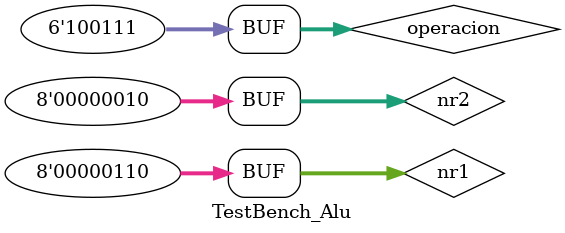
<source format=v>
`timescale 1ns / 1ps


module TestBench_Alu;

	// Inputs
	reg [7:0] nr1;
	reg [7:0] nr2;
	reg [5:0] operacion;

	// Outputs
	wire [7:0] resultado;

	// Instantiate the Unit Under Test (UUT)
	modulo_alu uut (
		.nr1(nr1), 
		.nr2(nr2), 
		.operacion(operacion), 
		.resultado(resultado)
	);

	initial begin
		// Initialize Inputs
		
		//test suma
		nr1 = 8'b00001111;
		nr2 = 8'b00001111;
		operacion = 6'b100000;
		#10;
		//resultado esperado: 8d	OK
		
		//test resta
		nr1 = 8'b00000110;
		nr2 = 8'b00000010;
		operacion = 6'b100010;
		#10;
		//resultado esperado: 4d	OK
		
		//test AND
		nr1 = 8'b00000110;
		nr2 = 8'b00000010;
		operacion = 6'b100100;
		#10;
		//resultado esperado 2d	OK
		
		//test OR
		nr1 = 8'b00000110;
		nr2 = 8'b00000010;
		operacion = 6'b100101;
		#10;
		//resultado esperado 110b OK
		
		//test XOR
		nr1 = 8'b00000110;
		nr2 = 8'b00000010;
		operacion = 6'b100110;
		#10;
		//resultado esperado: 100b OK
		
		//test SRL
		nr1 = 8'b00000110;
		nr2 = 8'b00000010;
		operacion = 6'b000010;
		#10;
		//resultado esperado 1d NO OK
		
		//test SRA
		nr1 = 8'b10000110;
		nr2 = 8'b00000100;
		operacion = 6'b000011;
		#10;
		//resultado esperado 11110000 NO OK
		
		//test NOR
		nr1 = 8'b00000110;
		nr2 = 8'b00000010;
		operacion = 6'b100111;
		#10;
		
		
		// Wait 100 ns for global reset to finish
       
	end
      
endmodule


</source>
